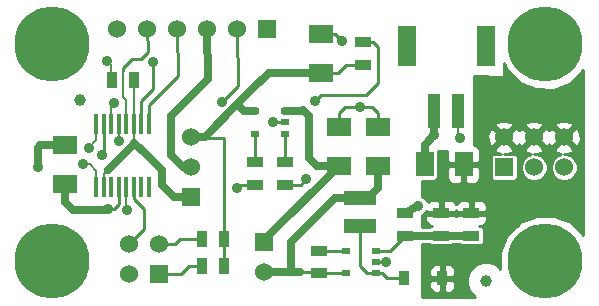
<source format=gtl>
G04 (created by PCBNEW (2013-07-07 BZR 4022)-stable) date 1/4/2015 11:10:14 AM*
%MOIN*%
G04 Gerber Fmt 3.4, Leading zero omitted, Abs format*
%FSLAX34Y34*%
G01*
G70*
G90*
G04 APERTURE LIST*
%ADD10C,0.00590551*%
%ADD11R,0.055X0.035*%
%ADD12R,0.0358X0.048*%
%ADD13R,0.035X0.055*%
%ADD14C,0.0393701*%
%ADD15R,0.06X0.06*%
%ADD16C,0.06*%
%ADD17R,0.03X0.02*%
%ADD18R,0.016X0.065*%
%ADD19R,0.106299X0.0472441*%
%ADD20R,0.0393701X0.11811*%
%ADD21R,0.0590551X0.133858*%
%ADD22R,0.08X0.06*%
%ADD23C,0.25*%
%ADD24R,0.06X0.08*%
%ADD25C,0.035*%
%ADD26C,0.025*%
%ADD27C,0.01*%
%ADD28C,0.008*%
G04 APERTURE END LIST*
G54D10*
G54D11*
X52500Y-30925D03*
X52500Y-31675D03*
X51500Y-30925D03*
X51500Y-31675D03*
G54D12*
X56456Y-34800D03*
X57744Y-34800D03*
G54D11*
X53622Y-34626D03*
X53622Y-33876D03*
G54D13*
X50475Y-33500D03*
X49725Y-33500D03*
G54D11*
X58700Y-33375D03*
X58700Y-32625D03*
X56500Y-33375D03*
X56500Y-32625D03*
G54D14*
X59200Y-34900D03*
X45650Y-28850D03*
G54D15*
X49370Y-32082D03*
G54D16*
X49370Y-31082D03*
X49370Y-30082D03*
G54D15*
X48295Y-34673D03*
G54D16*
X47295Y-34673D03*
X48295Y-33673D03*
X47295Y-33673D03*
G54D15*
X51900Y-26500D03*
G54D16*
X50900Y-26500D03*
X49900Y-26500D03*
X48900Y-26500D03*
X47900Y-26500D03*
X46900Y-26500D03*
G54D13*
X47475Y-28200D03*
X46725Y-28200D03*
G54D11*
X57700Y-33375D03*
X57700Y-32625D03*
G54D13*
X50475Y-34400D03*
X49725Y-34400D03*
G54D17*
X55539Y-34626D03*
X55539Y-33876D03*
X54539Y-34626D03*
X55539Y-34251D03*
X54539Y-33876D03*
G54D18*
X47211Y-29658D03*
X46961Y-29658D03*
X46711Y-29658D03*
X46461Y-29658D03*
X47961Y-31758D03*
X47961Y-29658D03*
X47711Y-29658D03*
X47461Y-29658D03*
X46211Y-31758D03*
X46461Y-31758D03*
X46711Y-31758D03*
X46961Y-31758D03*
X47211Y-31758D03*
X47461Y-31758D03*
X46211Y-29658D03*
X47711Y-31758D03*
G54D19*
X55000Y-32127D03*
X55000Y-33072D03*
G54D20*
X57480Y-29212D03*
X58267Y-29212D03*
G54D21*
X56555Y-27047D03*
X59192Y-27047D03*
G54D22*
X45157Y-30373D03*
X45157Y-31673D03*
X53700Y-27950D03*
X53700Y-26650D03*
G54D23*
X44724Y-27007D03*
X44724Y-34212D03*
X61181Y-34212D03*
X61181Y-27007D03*
G54D15*
X51811Y-33594D03*
G54D16*
X51811Y-34594D03*
G54D11*
X55100Y-27675D03*
X55100Y-26925D03*
G54D17*
X52500Y-29975D03*
X52500Y-29225D03*
X51500Y-29975D03*
X52500Y-29600D03*
X51500Y-29225D03*
G54D22*
X54300Y-31050D03*
X54300Y-29750D03*
G54D24*
X58450Y-31000D03*
X57150Y-31000D03*
G54D22*
X55600Y-31050D03*
X55600Y-29750D03*
G54D15*
X59800Y-31100D03*
G54D16*
X59800Y-30100D03*
X60800Y-31100D03*
X60800Y-30100D03*
X61800Y-31100D03*
X61800Y-30100D03*
G54D25*
X50393Y-28937D03*
X46791Y-28956D03*
X45750Y-31000D03*
X45950Y-30450D03*
X48100Y-27600D03*
X46400Y-30700D03*
X46600Y-32500D03*
X58326Y-30137D03*
X52100Y-29600D03*
X54400Y-26900D03*
X55000Y-29100D03*
X50900Y-31800D03*
X57480Y-30039D03*
X47244Y-32519D03*
X46574Y-27559D03*
X46968Y-30236D03*
X55866Y-34251D03*
X56948Y-32381D03*
X53500Y-28900D03*
X53200Y-31500D03*
X44250Y-31100D03*
G54D26*
X55000Y-32127D02*
X54172Y-32127D01*
X52700Y-33600D02*
X52700Y-34594D01*
X54172Y-32127D02*
X52700Y-33600D01*
X55000Y-32127D02*
X55272Y-32127D01*
X55600Y-31800D02*
X55600Y-31050D01*
X55272Y-32127D02*
X55600Y-31800D01*
X51811Y-34594D02*
X52700Y-34594D01*
X52700Y-34594D02*
X52994Y-34594D01*
X53000Y-34600D02*
X53000Y-34594D01*
X52994Y-34594D02*
X53000Y-34600D01*
X55600Y-31500D02*
X55600Y-31000D01*
G54D27*
X55600Y-31500D02*
X55600Y-31000D01*
X54539Y-34626D02*
X53622Y-34626D01*
X53622Y-34626D02*
X53589Y-34594D01*
X53589Y-34594D02*
X53000Y-34594D01*
G54D26*
X49370Y-32082D02*
X48782Y-32082D01*
X48400Y-31700D02*
X48400Y-31500D01*
X48782Y-32082D02*
X48400Y-31700D01*
X48400Y-31500D02*
X48400Y-31200D01*
X46587Y-31187D02*
X47461Y-30313D01*
X47885Y-30700D02*
X47480Y-30295D01*
G54D28*
X47461Y-30295D02*
X47480Y-30295D01*
G54D26*
X48400Y-31200D02*
X47900Y-30700D01*
X47900Y-30700D02*
X47885Y-30700D01*
X48893Y-32082D02*
X49370Y-32082D01*
G54D28*
X48893Y-32082D02*
X49370Y-32082D01*
X46461Y-31758D02*
X46461Y-31313D01*
X47461Y-30313D02*
X47461Y-30295D01*
X47461Y-30295D02*
X47461Y-29658D01*
X46461Y-31313D02*
X46587Y-31187D01*
X47461Y-29658D02*
X47475Y-28200D01*
G54D27*
X50948Y-28381D02*
X50900Y-26500D01*
X50393Y-28937D02*
X50948Y-28381D01*
G54D28*
X46711Y-29658D02*
X46711Y-29036D01*
X46711Y-29036D02*
X46791Y-28956D01*
X46211Y-31758D02*
X46211Y-31211D01*
X46000Y-31000D02*
X45750Y-31000D01*
X46211Y-31211D02*
X46000Y-31000D01*
X46211Y-30188D02*
X46211Y-29658D01*
X45950Y-30450D02*
X46211Y-30188D01*
G54D27*
X49725Y-34400D02*
X49300Y-34400D01*
X49026Y-34673D02*
X48295Y-34673D01*
X49300Y-34400D02*
X49026Y-34673D01*
X49725Y-33500D02*
X49000Y-33500D01*
X48826Y-33673D02*
X48295Y-33673D01*
X49000Y-33500D02*
X48826Y-33673D01*
X47900Y-28700D02*
X48100Y-28500D01*
X48100Y-28500D02*
X48100Y-27600D01*
X47711Y-29658D02*
X47711Y-28888D01*
X47711Y-28888D02*
X47900Y-28700D01*
X47106Y-27900D02*
X47106Y-27793D01*
X47948Y-27251D02*
X47900Y-26500D01*
X47700Y-27500D02*
X47948Y-27251D01*
X47400Y-27500D02*
X47700Y-27500D01*
X47106Y-27793D02*
X47400Y-27500D01*
G54D28*
X47211Y-29658D02*
X47211Y-28865D01*
X47106Y-28759D02*
X47106Y-27900D01*
X47211Y-28865D02*
X47106Y-28759D01*
G54D27*
X47461Y-31758D02*
X47461Y-32161D01*
X47800Y-33168D02*
X47295Y-33673D01*
X47800Y-32500D02*
X47800Y-33168D01*
X47461Y-32161D02*
X47800Y-32500D01*
X47961Y-29658D02*
X47961Y-29038D01*
X48948Y-28051D02*
X48900Y-26500D01*
X47961Y-29038D02*
X48948Y-28051D01*
X46461Y-29658D02*
X46461Y-30638D01*
X46461Y-30638D02*
X46400Y-30700D01*
G54D26*
X49370Y-31082D02*
X49082Y-31082D01*
X49948Y-28151D02*
X49900Y-26500D01*
X48700Y-29400D02*
X49948Y-28151D01*
X48700Y-30700D02*
X48700Y-29400D01*
X49082Y-31082D02*
X48700Y-30700D01*
X53700Y-27950D02*
X51950Y-27950D01*
X51950Y-27950D02*
X51400Y-28500D01*
X51500Y-29225D02*
X51125Y-29225D01*
X51125Y-29225D02*
X50900Y-29000D01*
G54D27*
X53700Y-27950D02*
X54250Y-27950D01*
X54525Y-27675D02*
X55100Y-27675D01*
X54250Y-27950D02*
X54525Y-27675D01*
X51125Y-29225D02*
X50900Y-29000D01*
G54D26*
X49817Y-30082D02*
X49370Y-30082D01*
X51400Y-28500D02*
X50900Y-29000D01*
X50900Y-29000D02*
X49817Y-30082D01*
G54D27*
X50475Y-33500D02*
X50475Y-30125D01*
X50475Y-30125D02*
X49412Y-30125D01*
X49412Y-30125D02*
X49370Y-30082D01*
X46961Y-31758D02*
X46961Y-32338D01*
X46961Y-32338D02*
X46800Y-32500D01*
X46800Y-32500D02*
X46600Y-32500D01*
G54D26*
X46600Y-32500D02*
X46600Y-32519D01*
X45157Y-31673D02*
X45157Y-32244D01*
X45157Y-32244D02*
X45433Y-32519D01*
X45157Y-32244D02*
X45433Y-32519D01*
X45433Y-32519D02*
X46600Y-32519D01*
G54D27*
X45157Y-32244D02*
X45433Y-32519D01*
G54D28*
X45433Y-32519D02*
X45157Y-32244D01*
G54D27*
X50475Y-34400D02*
X50475Y-33500D01*
G54D26*
X52500Y-29225D02*
X53125Y-29225D01*
X54300Y-31050D02*
X53550Y-31050D01*
X53300Y-29400D02*
X53125Y-29225D01*
X53125Y-29225D02*
X53100Y-29200D01*
X53300Y-30800D02*
X53300Y-29400D01*
X53550Y-31050D02*
X53300Y-30800D01*
X51811Y-33594D02*
X51811Y-33538D01*
X51811Y-33538D02*
X54300Y-31050D01*
G54D28*
X58326Y-30137D02*
X58267Y-30078D01*
X58267Y-30078D02*
X58267Y-29212D01*
G54D27*
X52500Y-29600D02*
X52100Y-29600D01*
X53700Y-26650D02*
X54150Y-26650D01*
X54150Y-26650D02*
X54400Y-26900D01*
X54300Y-29300D02*
X54500Y-29100D01*
X54500Y-29100D02*
X55000Y-29100D01*
X54300Y-29300D02*
X54300Y-29750D01*
X55400Y-29100D02*
X55000Y-29100D01*
X51500Y-31675D02*
X51025Y-31675D01*
X51025Y-31675D02*
X50900Y-31800D01*
G54D26*
X57150Y-31000D02*
X57150Y-30369D01*
X57480Y-30039D02*
X57480Y-29212D01*
X57150Y-30369D02*
X57480Y-30039D01*
G54D27*
X55600Y-29800D02*
X55600Y-29300D01*
X55600Y-29300D02*
X55400Y-29100D01*
G54D28*
X47211Y-31758D02*
X47211Y-32487D01*
X47211Y-32487D02*
X47244Y-32519D01*
X46725Y-28200D02*
X46711Y-27695D01*
X46711Y-27695D02*
X46574Y-27559D01*
X46961Y-29658D02*
X46961Y-30229D01*
X46961Y-30229D02*
X46968Y-30236D01*
G54D27*
X55539Y-34251D02*
X55866Y-34251D01*
G54D26*
X56500Y-32625D02*
X56947Y-32380D01*
X56947Y-32380D02*
X56948Y-32381D01*
G54D27*
X52500Y-29975D02*
X52500Y-30925D01*
X52500Y-31675D02*
X53025Y-31675D01*
X55425Y-26925D02*
X55100Y-26925D01*
X55600Y-27100D02*
X55425Y-26925D01*
X55600Y-28300D02*
X55600Y-27100D01*
X55200Y-28700D02*
X55600Y-28300D01*
X53700Y-28700D02*
X55200Y-28700D01*
X53500Y-28900D02*
X53700Y-28700D01*
X53025Y-31675D02*
X53200Y-31500D01*
X51500Y-29975D02*
X51500Y-30925D01*
X55539Y-33876D02*
X56004Y-33876D01*
X56456Y-33425D02*
X56500Y-33375D01*
X56004Y-33876D02*
X56456Y-33425D01*
G54D26*
X58700Y-33375D02*
X57700Y-33375D01*
X57700Y-33375D02*
X56500Y-33375D01*
G54D27*
X54539Y-33876D02*
X53622Y-33876D01*
X55539Y-34626D02*
X55726Y-34626D01*
X55900Y-34800D02*
X56456Y-34800D01*
X55726Y-34626D02*
X55900Y-34800D01*
X55539Y-34626D02*
X55226Y-34626D01*
X55000Y-33523D02*
X55000Y-33072D01*
X55000Y-34400D02*
X55000Y-33523D01*
X55226Y-34626D02*
X55000Y-34400D01*
G54D26*
X45157Y-30373D02*
X44326Y-30373D01*
X44326Y-30373D02*
X44250Y-30450D01*
X44250Y-30450D02*
X44250Y-31100D01*
X44250Y-30450D02*
X44250Y-31100D01*
G54D10*
G36*
X62438Y-33349D02*
X62354Y-33265D01*
X62354Y-30181D01*
X62343Y-29963D01*
X62281Y-29812D01*
X62185Y-29784D01*
X62115Y-29855D01*
X62115Y-29714D01*
X62087Y-29618D01*
X61881Y-29545D01*
X61663Y-29556D01*
X61512Y-29618D01*
X61484Y-29714D01*
X61800Y-30029D01*
X62115Y-29714D01*
X62115Y-29855D01*
X61870Y-30100D01*
X62185Y-30415D01*
X62281Y-30387D01*
X62354Y-30181D01*
X62354Y-33265D01*
X62250Y-33160D01*
X62250Y-31010D01*
X62181Y-30845D01*
X62055Y-30718D01*
X61889Y-30650D01*
X61813Y-30650D01*
X61936Y-30643D01*
X62087Y-30581D01*
X62115Y-30485D01*
X61800Y-30170D01*
X61729Y-30241D01*
X61729Y-30100D01*
X61414Y-29784D01*
X61318Y-29812D01*
X61301Y-29860D01*
X61281Y-29812D01*
X61185Y-29784D01*
X61115Y-29855D01*
X61115Y-29714D01*
X61087Y-29618D01*
X60881Y-29545D01*
X60663Y-29556D01*
X60512Y-29618D01*
X60484Y-29714D01*
X60800Y-30029D01*
X61115Y-29714D01*
X61115Y-29855D01*
X60870Y-30100D01*
X61185Y-30415D01*
X61281Y-30387D01*
X61298Y-30339D01*
X61318Y-30387D01*
X61414Y-30415D01*
X61729Y-30100D01*
X61729Y-30241D01*
X61484Y-30485D01*
X61512Y-30581D01*
X61707Y-30651D01*
X61545Y-30718D01*
X61418Y-30844D01*
X61350Y-31010D01*
X61349Y-31189D01*
X61418Y-31354D01*
X61544Y-31481D01*
X61710Y-31549D01*
X61889Y-31550D01*
X62054Y-31481D01*
X62181Y-31355D01*
X62249Y-31189D01*
X62250Y-31010D01*
X62250Y-33160D01*
X62031Y-32941D01*
X61480Y-32712D01*
X61250Y-32712D01*
X61250Y-31010D01*
X61181Y-30845D01*
X61055Y-30718D01*
X60889Y-30650D01*
X60813Y-30650D01*
X60936Y-30643D01*
X61087Y-30581D01*
X61115Y-30485D01*
X60800Y-30170D01*
X60729Y-30241D01*
X60729Y-30100D01*
X60414Y-29784D01*
X60318Y-29812D01*
X60301Y-29860D01*
X60281Y-29812D01*
X60185Y-29784D01*
X60115Y-29855D01*
X60115Y-29714D01*
X60087Y-29618D01*
X59881Y-29545D01*
X59663Y-29556D01*
X59512Y-29618D01*
X59484Y-29714D01*
X59800Y-30029D01*
X60115Y-29714D01*
X60115Y-29855D01*
X59870Y-30100D01*
X60185Y-30415D01*
X60281Y-30387D01*
X60298Y-30339D01*
X60318Y-30387D01*
X60414Y-30415D01*
X60729Y-30100D01*
X60729Y-30241D01*
X60484Y-30485D01*
X60512Y-30581D01*
X60707Y-30651D01*
X60545Y-30718D01*
X60418Y-30844D01*
X60350Y-31010D01*
X60349Y-31189D01*
X60418Y-31354D01*
X60544Y-31481D01*
X60710Y-31549D01*
X60889Y-31550D01*
X61054Y-31481D01*
X61181Y-31355D01*
X61249Y-31189D01*
X61250Y-31010D01*
X61250Y-32712D01*
X60884Y-32712D01*
X60332Y-32940D01*
X60250Y-33022D01*
X60250Y-31370D01*
X60250Y-30770D01*
X60227Y-30715D01*
X60185Y-30672D01*
X60129Y-30650D01*
X60070Y-30649D01*
X59814Y-30649D01*
X59936Y-30643D01*
X60087Y-30581D01*
X60115Y-30485D01*
X59800Y-30170D01*
X59729Y-30241D01*
X59729Y-30100D01*
X59414Y-29784D01*
X59318Y-29812D01*
X59245Y-30018D01*
X59256Y-30236D01*
X59318Y-30387D01*
X59414Y-30415D01*
X59729Y-30100D01*
X59729Y-30241D01*
X59484Y-30485D01*
X59512Y-30581D01*
X59704Y-30649D01*
X59470Y-30649D01*
X59415Y-30672D01*
X59372Y-30714D01*
X59350Y-30770D01*
X59349Y-30829D01*
X59349Y-31429D01*
X59372Y-31484D01*
X59414Y-31527D01*
X59470Y-31549D01*
X59529Y-31550D01*
X60129Y-31550D01*
X60184Y-31527D01*
X60227Y-31485D01*
X60249Y-31429D01*
X60250Y-31370D01*
X60250Y-33022D01*
X59910Y-33361D01*
X59681Y-33912D01*
X59680Y-34475D01*
X59563Y-34357D01*
X59327Y-34259D01*
X59073Y-34259D01*
X58837Y-34356D01*
X58657Y-34536D01*
X58559Y-34772D01*
X58559Y-35026D01*
X58656Y-35262D01*
X58825Y-35431D01*
X58173Y-35431D01*
X58173Y-34990D01*
X58173Y-34609D01*
X58172Y-34510D01*
X58134Y-34418D01*
X58064Y-34347D01*
X57972Y-34309D01*
X57856Y-34310D01*
X57794Y-34372D01*
X57794Y-34750D01*
X58110Y-34750D01*
X58173Y-34687D01*
X58173Y-34609D01*
X58173Y-34990D01*
X58173Y-34912D01*
X58110Y-34850D01*
X57794Y-34850D01*
X57794Y-35227D01*
X57856Y-35290D01*
X57972Y-35290D01*
X58064Y-35252D01*
X58134Y-35181D01*
X58172Y-35089D01*
X58173Y-34990D01*
X58173Y-35431D01*
X57694Y-35431D01*
X57694Y-35227D01*
X57694Y-34850D01*
X57694Y-34750D01*
X57694Y-34372D01*
X57631Y-34310D01*
X57515Y-34309D01*
X57423Y-34347D01*
X57353Y-34418D01*
X57315Y-34510D01*
X57314Y-34609D01*
X57315Y-34687D01*
X57377Y-34750D01*
X57694Y-34750D01*
X57694Y-34850D01*
X57377Y-34850D01*
X57315Y-34912D01*
X57314Y-34990D01*
X57315Y-35089D01*
X57353Y-35181D01*
X57423Y-35252D01*
X57515Y-35290D01*
X57631Y-35290D01*
X57694Y-35227D01*
X57694Y-35431D01*
X57057Y-35431D01*
X57057Y-33650D01*
X57312Y-33650D01*
X57339Y-33677D01*
X57395Y-33699D01*
X57454Y-33700D01*
X58004Y-33700D01*
X58059Y-33677D01*
X58087Y-33650D01*
X58312Y-33650D01*
X58339Y-33677D01*
X58395Y-33699D01*
X58454Y-33700D01*
X59004Y-33700D01*
X59059Y-33677D01*
X59102Y-33635D01*
X59124Y-33579D01*
X59125Y-33520D01*
X59125Y-33170D01*
X59102Y-33115D01*
X59060Y-33072D01*
X59004Y-33050D01*
X58975Y-33049D01*
X59024Y-33049D01*
X59116Y-33011D01*
X59187Y-32941D01*
X59225Y-32849D01*
X59225Y-32400D01*
X59187Y-32308D01*
X59116Y-32238D01*
X59024Y-32200D01*
X59000Y-32200D01*
X59000Y-31350D01*
X59000Y-31112D01*
X58937Y-31050D01*
X58500Y-31050D01*
X58500Y-31587D01*
X58562Y-31650D01*
X58799Y-31650D01*
X58891Y-31612D01*
X58961Y-31541D01*
X58999Y-31449D01*
X59000Y-31350D01*
X59000Y-32200D01*
X58925Y-32199D01*
X58812Y-32200D01*
X58750Y-32262D01*
X58750Y-32575D01*
X59162Y-32575D01*
X59225Y-32512D01*
X59225Y-32400D01*
X59225Y-32849D01*
X59225Y-32737D01*
X59162Y-32675D01*
X58750Y-32675D01*
X58750Y-32682D01*
X58650Y-32682D01*
X58650Y-32675D01*
X58650Y-32575D01*
X58650Y-32262D01*
X58587Y-32200D01*
X58474Y-32199D01*
X58400Y-32200D01*
X58400Y-31587D01*
X58400Y-31050D01*
X57962Y-31050D01*
X57900Y-31112D01*
X57899Y-31350D01*
X57900Y-31449D01*
X57938Y-31541D01*
X58008Y-31612D01*
X58100Y-31650D01*
X58337Y-31650D01*
X58400Y-31587D01*
X58400Y-32200D01*
X58375Y-32200D01*
X58283Y-32238D01*
X58212Y-32308D01*
X58200Y-32339D01*
X58187Y-32308D01*
X58116Y-32238D01*
X58024Y-32200D01*
X57925Y-32199D01*
X57812Y-32200D01*
X57750Y-32262D01*
X57750Y-32575D01*
X58162Y-32575D01*
X58200Y-32537D01*
X58237Y-32575D01*
X58650Y-32575D01*
X58650Y-32675D01*
X58237Y-32675D01*
X58200Y-32712D01*
X58162Y-32675D01*
X57750Y-32675D01*
X57750Y-32682D01*
X57650Y-32682D01*
X57650Y-32675D01*
X57237Y-32675D01*
X57175Y-32737D01*
X57174Y-32849D01*
X57212Y-32941D01*
X57283Y-33011D01*
X57375Y-33049D01*
X57395Y-33049D01*
X57395Y-33049D01*
X57340Y-33072D01*
X57312Y-33100D01*
X57057Y-33100D01*
X57057Y-32688D01*
X57132Y-32657D01*
X57224Y-32566D01*
X57225Y-32563D01*
X57237Y-32575D01*
X57650Y-32575D01*
X57650Y-32262D01*
X57587Y-32200D01*
X57474Y-32199D01*
X57375Y-32200D01*
X57283Y-32238D01*
X57253Y-32268D01*
X57224Y-32198D01*
X57133Y-32106D01*
X57057Y-32075D01*
X57057Y-31550D01*
X57479Y-31550D01*
X57534Y-31527D01*
X57577Y-31485D01*
X57599Y-31429D01*
X57600Y-31370D01*
X57600Y-30570D01*
X57593Y-30555D01*
X57900Y-30551D01*
X57899Y-30649D01*
X57900Y-30887D01*
X57962Y-30950D01*
X58400Y-30950D01*
X58400Y-30942D01*
X58500Y-30942D01*
X58500Y-30950D01*
X58937Y-30950D01*
X59000Y-30887D01*
X59000Y-30649D01*
X58999Y-30550D01*
X58961Y-30458D01*
X58891Y-30387D01*
X58799Y-30349D01*
X58790Y-30349D01*
X58790Y-28062D01*
X59813Y-28082D01*
X59813Y-27626D01*
X59908Y-27856D01*
X60330Y-28278D01*
X60881Y-28507D01*
X61478Y-28508D01*
X62029Y-28280D01*
X62438Y-27871D01*
X62438Y-33349D01*
X62438Y-33349D01*
G37*
G54D27*
X62438Y-33349D02*
X62354Y-33265D01*
X62354Y-30181D01*
X62343Y-29963D01*
X62281Y-29812D01*
X62185Y-29784D01*
X62115Y-29855D01*
X62115Y-29714D01*
X62087Y-29618D01*
X61881Y-29545D01*
X61663Y-29556D01*
X61512Y-29618D01*
X61484Y-29714D01*
X61800Y-30029D01*
X62115Y-29714D01*
X62115Y-29855D01*
X61870Y-30100D01*
X62185Y-30415D01*
X62281Y-30387D01*
X62354Y-30181D01*
X62354Y-33265D01*
X62250Y-33160D01*
X62250Y-31010D01*
X62181Y-30845D01*
X62055Y-30718D01*
X61889Y-30650D01*
X61813Y-30650D01*
X61936Y-30643D01*
X62087Y-30581D01*
X62115Y-30485D01*
X61800Y-30170D01*
X61729Y-30241D01*
X61729Y-30100D01*
X61414Y-29784D01*
X61318Y-29812D01*
X61301Y-29860D01*
X61281Y-29812D01*
X61185Y-29784D01*
X61115Y-29855D01*
X61115Y-29714D01*
X61087Y-29618D01*
X60881Y-29545D01*
X60663Y-29556D01*
X60512Y-29618D01*
X60484Y-29714D01*
X60800Y-30029D01*
X61115Y-29714D01*
X61115Y-29855D01*
X60870Y-30100D01*
X61185Y-30415D01*
X61281Y-30387D01*
X61298Y-30339D01*
X61318Y-30387D01*
X61414Y-30415D01*
X61729Y-30100D01*
X61729Y-30241D01*
X61484Y-30485D01*
X61512Y-30581D01*
X61707Y-30651D01*
X61545Y-30718D01*
X61418Y-30844D01*
X61350Y-31010D01*
X61349Y-31189D01*
X61418Y-31354D01*
X61544Y-31481D01*
X61710Y-31549D01*
X61889Y-31550D01*
X62054Y-31481D01*
X62181Y-31355D01*
X62249Y-31189D01*
X62250Y-31010D01*
X62250Y-33160D01*
X62031Y-32941D01*
X61480Y-32712D01*
X61250Y-32712D01*
X61250Y-31010D01*
X61181Y-30845D01*
X61055Y-30718D01*
X60889Y-30650D01*
X60813Y-30650D01*
X60936Y-30643D01*
X61087Y-30581D01*
X61115Y-30485D01*
X60800Y-30170D01*
X60729Y-30241D01*
X60729Y-30100D01*
X60414Y-29784D01*
X60318Y-29812D01*
X60301Y-29860D01*
X60281Y-29812D01*
X60185Y-29784D01*
X60115Y-29855D01*
X60115Y-29714D01*
X60087Y-29618D01*
X59881Y-29545D01*
X59663Y-29556D01*
X59512Y-29618D01*
X59484Y-29714D01*
X59800Y-30029D01*
X60115Y-29714D01*
X60115Y-29855D01*
X59870Y-30100D01*
X60185Y-30415D01*
X60281Y-30387D01*
X60298Y-30339D01*
X60318Y-30387D01*
X60414Y-30415D01*
X60729Y-30100D01*
X60729Y-30241D01*
X60484Y-30485D01*
X60512Y-30581D01*
X60707Y-30651D01*
X60545Y-30718D01*
X60418Y-30844D01*
X60350Y-31010D01*
X60349Y-31189D01*
X60418Y-31354D01*
X60544Y-31481D01*
X60710Y-31549D01*
X60889Y-31550D01*
X61054Y-31481D01*
X61181Y-31355D01*
X61249Y-31189D01*
X61250Y-31010D01*
X61250Y-32712D01*
X60884Y-32712D01*
X60332Y-32940D01*
X60250Y-33022D01*
X60250Y-31370D01*
X60250Y-30770D01*
X60227Y-30715D01*
X60185Y-30672D01*
X60129Y-30650D01*
X60070Y-30649D01*
X59814Y-30649D01*
X59936Y-30643D01*
X60087Y-30581D01*
X60115Y-30485D01*
X59800Y-30170D01*
X59729Y-30241D01*
X59729Y-30100D01*
X59414Y-29784D01*
X59318Y-29812D01*
X59245Y-30018D01*
X59256Y-30236D01*
X59318Y-30387D01*
X59414Y-30415D01*
X59729Y-30100D01*
X59729Y-30241D01*
X59484Y-30485D01*
X59512Y-30581D01*
X59704Y-30649D01*
X59470Y-30649D01*
X59415Y-30672D01*
X59372Y-30714D01*
X59350Y-30770D01*
X59349Y-30829D01*
X59349Y-31429D01*
X59372Y-31484D01*
X59414Y-31527D01*
X59470Y-31549D01*
X59529Y-31550D01*
X60129Y-31550D01*
X60184Y-31527D01*
X60227Y-31485D01*
X60249Y-31429D01*
X60250Y-31370D01*
X60250Y-33022D01*
X59910Y-33361D01*
X59681Y-33912D01*
X59680Y-34475D01*
X59563Y-34357D01*
X59327Y-34259D01*
X59073Y-34259D01*
X58837Y-34356D01*
X58657Y-34536D01*
X58559Y-34772D01*
X58559Y-35026D01*
X58656Y-35262D01*
X58825Y-35431D01*
X58173Y-35431D01*
X58173Y-34990D01*
X58173Y-34609D01*
X58172Y-34510D01*
X58134Y-34418D01*
X58064Y-34347D01*
X57972Y-34309D01*
X57856Y-34310D01*
X57794Y-34372D01*
X57794Y-34750D01*
X58110Y-34750D01*
X58173Y-34687D01*
X58173Y-34609D01*
X58173Y-34990D01*
X58173Y-34912D01*
X58110Y-34850D01*
X57794Y-34850D01*
X57794Y-35227D01*
X57856Y-35290D01*
X57972Y-35290D01*
X58064Y-35252D01*
X58134Y-35181D01*
X58172Y-35089D01*
X58173Y-34990D01*
X58173Y-35431D01*
X57694Y-35431D01*
X57694Y-35227D01*
X57694Y-34850D01*
X57694Y-34750D01*
X57694Y-34372D01*
X57631Y-34310D01*
X57515Y-34309D01*
X57423Y-34347D01*
X57353Y-34418D01*
X57315Y-34510D01*
X57314Y-34609D01*
X57315Y-34687D01*
X57377Y-34750D01*
X57694Y-34750D01*
X57694Y-34850D01*
X57377Y-34850D01*
X57315Y-34912D01*
X57314Y-34990D01*
X57315Y-35089D01*
X57353Y-35181D01*
X57423Y-35252D01*
X57515Y-35290D01*
X57631Y-35290D01*
X57694Y-35227D01*
X57694Y-35431D01*
X57057Y-35431D01*
X57057Y-33650D01*
X57312Y-33650D01*
X57339Y-33677D01*
X57395Y-33699D01*
X57454Y-33700D01*
X58004Y-33700D01*
X58059Y-33677D01*
X58087Y-33650D01*
X58312Y-33650D01*
X58339Y-33677D01*
X58395Y-33699D01*
X58454Y-33700D01*
X59004Y-33700D01*
X59059Y-33677D01*
X59102Y-33635D01*
X59124Y-33579D01*
X59125Y-33520D01*
X59125Y-33170D01*
X59102Y-33115D01*
X59060Y-33072D01*
X59004Y-33050D01*
X58975Y-33049D01*
X59024Y-33049D01*
X59116Y-33011D01*
X59187Y-32941D01*
X59225Y-32849D01*
X59225Y-32400D01*
X59187Y-32308D01*
X59116Y-32238D01*
X59024Y-32200D01*
X59000Y-32200D01*
X59000Y-31350D01*
X59000Y-31112D01*
X58937Y-31050D01*
X58500Y-31050D01*
X58500Y-31587D01*
X58562Y-31650D01*
X58799Y-31650D01*
X58891Y-31612D01*
X58961Y-31541D01*
X58999Y-31449D01*
X59000Y-31350D01*
X59000Y-32200D01*
X58925Y-32199D01*
X58812Y-32200D01*
X58750Y-32262D01*
X58750Y-32575D01*
X59162Y-32575D01*
X59225Y-32512D01*
X59225Y-32400D01*
X59225Y-32849D01*
X59225Y-32737D01*
X59162Y-32675D01*
X58750Y-32675D01*
X58750Y-32682D01*
X58650Y-32682D01*
X58650Y-32675D01*
X58650Y-32575D01*
X58650Y-32262D01*
X58587Y-32200D01*
X58474Y-32199D01*
X58400Y-32200D01*
X58400Y-31587D01*
X58400Y-31050D01*
X57962Y-31050D01*
X57900Y-31112D01*
X57899Y-31350D01*
X57900Y-31449D01*
X57938Y-31541D01*
X58008Y-31612D01*
X58100Y-31650D01*
X58337Y-31650D01*
X58400Y-31587D01*
X58400Y-32200D01*
X58375Y-32200D01*
X58283Y-32238D01*
X58212Y-32308D01*
X58200Y-32339D01*
X58187Y-32308D01*
X58116Y-32238D01*
X58024Y-32200D01*
X57925Y-32199D01*
X57812Y-32200D01*
X57750Y-32262D01*
X57750Y-32575D01*
X58162Y-32575D01*
X58200Y-32537D01*
X58237Y-32575D01*
X58650Y-32575D01*
X58650Y-32675D01*
X58237Y-32675D01*
X58200Y-32712D01*
X58162Y-32675D01*
X57750Y-32675D01*
X57750Y-32682D01*
X57650Y-32682D01*
X57650Y-32675D01*
X57237Y-32675D01*
X57175Y-32737D01*
X57174Y-32849D01*
X57212Y-32941D01*
X57283Y-33011D01*
X57375Y-33049D01*
X57395Y-33049D01*
X57395Y-33049D01*
X57340Y-33072D01*
X57312Y-33100D01*
X57057Y-33100D01*
X57057Y-32688D01*
X57132Y-32657D01*
X57224Y-32566D01*
X57225Y-32563D01*
X57237Y-32575D01*
X57650Y-32575D01*
X57650Y-32262D01*
X57587Y-32200D01*
X57474Y-32199D01*
X57375Y-32200D01*
X57283Y-32238D01*
X57253Y-32268D01*
X57224Y-32198D01*
X57133Y-32106D01*
X57057Y-32075D01*
X57057Y-31550D01*
X57479Y-31550D01*
X57534Y-31527D01*
X57577Y-31485D01*
X57599Y-31429D01*
X57600Y-31370D01*
X57600Y-30570D01*
X57593Y-30555D01*
X57900Y-30551D01*
X57899Y-30649D01*
X57900Y-30887D01*
X57962Y-30950D01*
X58400Y-30950D01*
X58400Y-30942D01*
X58500Y-30942D01*
X58500Y-30950D01*
X58937Y-30950D01*
X59000Y-30887D01*
X59000Y-30649D01*
X58999Y-30550D01*
X58961Y-30458D01*
X58891Y-30387D01*
X58799Y-30349D01*
X58790Y-30349D01*
X58790Y-28062D01*
X59813Y-28082D01*
X59813Y-27626D01*
X59908Y-27856D01*
X60330Y-28278D01*
X60881Y-28507D01*
X61478Y-28508D01*
X62029Y-28280D01*
X62438Y-27871D01*
X62438Y-33349D01*
M02*

</source>
